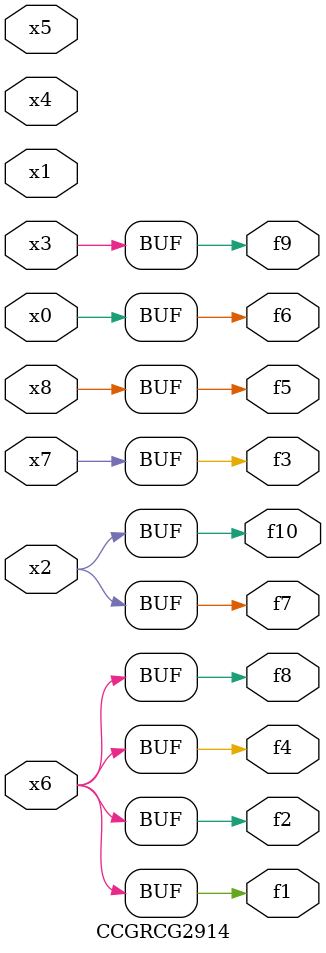
<source format=v>
module CCGRCG2914(
	input x0, x1, x2, x3, x4, x5, x6, x7, x8,
	output f1, f2, f3, f4, f5, f6, f7, f8, f9, f10
);
	assign f1 = x6;
	assign f2 = x6;
	assign f3 = x7;
	assign f4 = x6;
	assign f5 = x8;
	assign f6 = x0;
	assign f7 = x2;
	assign f8 = x6;
	assign f9 = x3;
	assign f10 = x2;
endmodule

</source>
